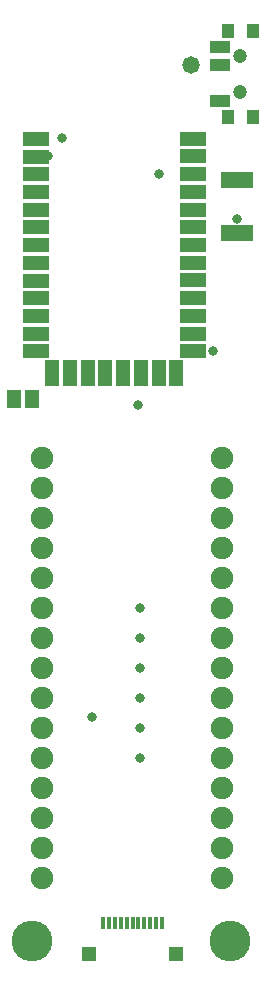
<source format=gts>
%FSLAX25Y25*%
%MOIN*%
G70*
G01*
G75*
G04 Layer_Color=8388736*
%ADD10R,0.07874X0.03937*%
%ADD11R,0.03937X0.07874*%
%ADD12R,0.05906X0.03150*%
%ADD13R,0.03150X0.03937*%
%ADD14R,0.10000X0.05000*%
%ADD15R,0.04331X0.05512*%
%ADD16R,0.00787X0.03150*%
%ADD17R,0.03937X0.03937*%
%ADD18C,0.01575*%
%ADD19C,0.03150*%
%ADD20C,0.00886*%
%ADD21C,0.06693*%
%ADD22C,0.03937*%
%ADD23C,0.12795*%
%ADD24C,0.02362*%
%ADD25C,0.05000*%
%ADD26C,0.01000*%
%ADD27R,0.08674X0.04737*%
%ADD28R,0.04737X0.08674*%
%ADD29R,0.06706X0.03950*%
%ADD30R,0.03950X0.04737*%
%ADD31R,0.10800X0.05800*%
%ADD32R,0.05131X0.06312*%
%ADD33R,0.01587X0.03950*%
%ADD34R,0.04737X0.04737*%
%ADD35C,0.07493*%
%ADD36C,0.04737*%
%ADD37C,0.13595*%
%ADD38C,0.03162*%
%ADD39C,0.05800*%
D27*
X131500Y326000D02*
D03*
Y331906D02*
D03*
Y337811D02*
D03*
Y343717D02*
D03*
Y349622D02*
D03*
Y355528D02*
D03*
Y361433D02*
D03*
Y367339D02*
D03*
Y373244D02*
D03*
Y379150D02*
D03*
Y385055D02*
D03*
Y390961D02*
D03*
Y396866D02*
D03*
X183600Y396900D02*
D03*
Y390995D02*
D03*
Y385089D02*
D03*
Y379184D02*
D03*
Y373278D02*
D03*
Y367372D02*
D03*
Y361467D02*
D03*
Y355561D02*
D03*
Y349656D02*
D03*
Y343750D02*
D03*
Y337845D02*
D03*
Y331939D02*
D03*
Y326034D02*
D03*
D28*
X136800Y318900D02*
D03*
X142706D02*
D03*
X148611D02*
D03*
X154516D02*
D03*
X160422D02*
D03*
X166328D02*
D03*
X172233D02*
D03*
X178139D02*
D03*
D29*
X192610Y409642D02*
D03*
Y421453D02*
D03*
Y427358D02*
D03*
D30*
X195366Y432870D02*
D03*
X203634D02*
D03*
Y404130D02*
D03*
X195366D02*
D03*
D31*
X198500Y365500D02*
D03*
Y383000D02*
D03*
D32*
X124047Y310000D02*
D03*
X129953D02*
D03*
D33*
X173409Y135630D02*
D03*
X171441D02*
D03*
X165535D02*
D03*
X167504D02*
D03*
X169472D02*
D03*
X163567D02*
D03*
X161598D02*
D03*
X159630D02*
D03*
X157661D02*
D03*
X155693D02*
D03*
X153724D02*
D03*
D34*
X149000Y125000D02*
D03*
X178134D02*
D03*
D35*
X133500Y150500D02*
D03*
Y160500D02*
D03*
Y170500D02*
D03*
Y180500D02*
D03*
Y190500D02*
D03*
Y200500D02*
D03*
Y210500D02*
D03*
Y220500D02*
D03*
Y230500D02*
D03*
Y240500D02*
D03*
Y250500D02*
D03*
Y260500D02*
D03*
Y270500D02*
D03*
Y280500D02*
D03*
Y290500D02*
D03*
X193500D02*
D03*
Y280500D02*
D03*
Y270500D02*
D03*
Y260500D02*
D03*
Y250500D02*
D03*
Y240500D02*
D03*
Y230500D02*
D03*
Y220500D02*
D03*
Y210500D02*
D03*
Y200500D02*
D03*
Y190500D02*
D03*
Y180500D02*
D03*
Y170500D02*
D03*
Y160500D02*
D03*
Y150500D02*
D03*
D36*
X199500Y412595D02*
D03*
Y424405D02*
D03*
D37*
X130000Y129500D02*
D03*
X196000D02*
D03*
D38*
X172500Y385000D02*
D03*
X165500Y308000D02*
D03*
X198500Y370000D02*
D03*
X190500Y326000D02*
D03*
X140000Y397000D02*
D03*
X135500Y391000D02*
D03*
X150000Y204000D02*
D03*
X166000Y240500D02*
D03*
Y230500D02*
D03*
Y220500D02*
D03*
Y210500D02*
D03*
Y200500D02*
D03*
Y190500D02*
D03*
D39*
X183000Y421500D02*
D03*
M02*

</source>
